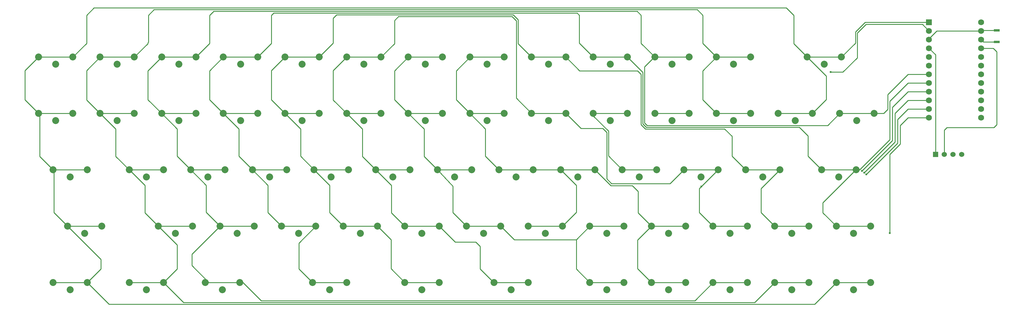
<source format=gtl>
G04 Layer: TopLayer*
G04 EasyEDA v6.5.1, 2022-08-03 07:20:24*
G04 1b37d3b93c644ee4b3c1aa7f483211d0,d603b60474844c32a05bd641800ef4e1,10*
G04 Gerber Generator version 0.2*
G04 Scale: 100 percent, Rotated: No, Reflected: No *
G04 Dimensions in millimeters *
G04 leading zeros omitted , absolute positions ,4 integer and 5 decimal *
%FSLAX45Y45*%
%MOMM*%

%ADD10C,0.2540*%
%ADD11C,0.6100*%
%ADD12C,0.6096*%
%ADD13R,1.7000X0.8000*%
%ADD14C,2.0320*%
%ADD16C,1.5240*%
%ADD17C,1.7526*%
%ADD18R,1.7526X1.7526*%

%LPD*%
D10*
X24434800Y8280400D02*
G01*
X24790400Y8280400D01*
X25209500Y8699500D01*
X25209500Y9423400D01*
X25463500Y9677400D01*
X27114500Y9677400D01*
X27305000Y9486900D01*
X1724990Y5419979D02*
G01*
X1333500Y5811469D01*
X1333500Y7036460D01*
X1299997Y7069962D01*
X3099993Y7069962D02*
G01*
X3556000Y6616700D01*
X3556000Y5813958D01*
X3949979Y5419979D01*
X4899990Y7069962D02*
G01*
X5346700Y6616700D01*
X5346700Y5823280D01*
X5750001Y5419979D01*
X6699986Y7069962D02*
G01*
X7150100Y6616700D01*
X7150100Y5819876D01*
X7549997Y5419979D01*
X8499983Y7069962D02*
G01*
X8953500Y6616700D01*
X8953500Y5816472D01*
X9349993Y5419979D01*
X10299979Y7069962D02*
G01*
X10756900Y6616700D01*
X10756900Y5813044D01*
X11150091Y5420105D01*
X12099975Y7069962D02*
G01*
X12560300Y6616700D01*
X12560300Y5809742D01*
X12949936Y5420105D01*
X13899972Y7069962D02*
G01*
X14351000Y6616700D01*
X14351000Y5818962D01*
X14749983Y5419979D01*
X2149983Y3769969D02*
G01*
X1752600Y4167352D01*
X1752600Y5392369D01*
X1724990Y5419979D01*
X2724988Y5419979D02*
G01*
X1724990Y5419979D01*
X3949979Y5419979D02*
G01*
X4406900Y4965700D01*
X4406900Y4163060D01*
X4799990Y3769969D01*
X5750001Y5419979D02*
G01*
X6197600Y4965700D01*
X6197600Y4172457D01*
X6599936Y3769868D01*
X7549997Y5419979D02*
G01*
X8001000Y4965700D01*
X8001000Y4168952D01*
X8399983Y3769969D01*
X11150091Y5420105D02*
G01*
X11607800Y4965700D01*
X11607800Y4162044D01*
X11999975Y3769868D01*
X9349993Y5420105D02*
G01*
X9804400Y4965700D01*
X9804400Y4165600D01*
X10199877Y3769868D01*
X12949936Y5420105D02*
G01*
X13398500Y4936489D01*
X13398500Y4171442D01*
X13800074Y3769868D01*
X22800056Y2119884D02*
G01*
X22216872Y1536700D01*
X5533390Y1536700D01*
X4949952Y2119884D01*
X24599900Y2119884D02*
G01*
X23965916Y1485900D01*
X3359150Y1485900D01*
X2724911Y2119884D01*
X16549966Y5419979D02*
G01*
X17549964Y5419979D01*
X22949966Y5419979D02*
G01*
X22402800Y4872812D01*
X22402800Y4167123D01*
X22799954Y3769969D01*
X18399963Y2119985D02*
G01*
X17399965Y2119985D01*
X17400016Y3769868D02*
G01*
X17005300Y3375405D01*
X17005300Y2514600D01*
X17400016Y2119884D01*
X14799970Y3769969D02*
G01*
X15194534Y3375405D01*
X17005300Y3375405D01*
X5899911Y8720074D02*
G01*
X6299200Y9119108D01*
X6299200Y9944100D01*
X6413500Y10058400D01*
X18783300Y10058400D01*
X18897600Y9944100D01*
X18897600Y9122410D01*
X19299936Y8720074D01*
X24174950Y5419979D02*
G01*
X25174950Y5419979D01*
X27292300Y9245600D02*
G01*
X27533600Y9486900D01*
X28829000Y9486900D01*
X24749968Y8719969D02*
G01*
X25158700Y9128706D01*
X25158700Y9461500D01*
X25438100Y9740900D01*
X27305000Y9740900D01*
X11299952Y8720074D02*
G01*
X11696700Y9116821D01*
X11696700Y9791700D01*
X11811000Y9906000D01*
X15125700Y9906000D01*
X15252700Y9779000D01*
X15252700Y7517129D01*
X15699993Y7069836D01*
X21099957Y8719972D02*
G01*
X20701000Y8321014D01*
X20701000Y7468920D01*
X21099957Y7069962D01*
X23750016Y8720074D02*
G01*
X24307800Y8162036D01*
X24307800Y7477760D01*
X23899875Y7069836D01*
X9499981Y8719972D02*
G01*
X9906000Y9125991D01*
X9906000Y9855200D01*
X10007600Y9956800D01*
X15163800Y9956800D01*
X15303500Y9817100D01*
X15303500Y9116440D01*
X15699968Y8719972D01*
X7700009Y8720074D02*
G01*
X8102600Y9122663D01*
X8102600Y9944100D01*
X8166100Y10007600D01*
X17030700Y10007600D01*
X17094200Y9944100D01*
X17094200Y9125712D01*
X17500091Y8720074D01*
X4100068Y8720074D02*
G01*
X4495800Y9115805D01*
X4495800Y9144000D01*
X4508500Y9156700D01*
X4508500Y9944100D01*
X4673600Y10109200D01*
X20535900Y10109200D01*
X20701000Y9944100D01*
X20701000Y9118854D01*
X21100034Y8720074D01*
X2299970Y8720074D02*
G01*
X2705100Y9125204D01*
X2705100Y9944100D01*
X2921000Y10160000D01*
X23139400Y10160000D01*
X23355300Y9944100D01*
X23355300Y9114536D01*
X23750016Y8720074D01*
X21150072Y5420105D02*
G01*
X20660578Y4930612D01*
X20660578Y4930612D02*
G01*
X20599400Y4869434D01*
X20599400Y4170426D01*
X20999958Y3769868D01*
X19199859Y3769868D02*
G01*
X18796000Y3366007D01*
X18796000Y2523997D01*
X19199859Y2119884D01*
X16549877Y5420105D02*
G01*
X17005300Y4964684D01*
X17005300Y4175252D01*
X16599916Y3769868D01*
X15749981Y5419979D02*
G01*
X16549979Y5419979D01*
X13899972Y8719972D02*
G01*
X13500100Y8320100D01*
X13500100Y7469835D01*
X13899972Y7069962D01*
X12099975Y8719972D02*
G01*
X11696700Y8316696D01*
X11696700Y7473238D01*
X12099975Y7069962D01*
X10299979Y8719972D02*
G01*
X9906000Y8325993D01*
X9906000Y7463942D01*
X10299979Y7069962D01*
X11199977Y3769969D02*
G01*
X11595100Y3374847D01*
X11595100Y2524861D01*
X11999975Y2119985D01*
X8499983Y8719972D02*
G01*
X8102600Y8322589D01*
X8102600Y7467345D01*
X8499983Y7069962D01*
X9400031Y3769868D02*
G01*
X8902700Y3272789D01*
X8902700Y2517139D01*
X9299956Y2119884D01*
X6699986Y8719972D02*
G01*
X6299200Y8319185D01*
X6299200Y7470749D01*
X6699986Y7069962D01*
X4899990Y8719972D02*
G01*
X4495800Y8315782D01*
X4495800Y7474153D01*
X4899990Y7069962D01*
X4799990Y3769969D02*
G01*
X5346700Y3223260D01*
X5346700Y2516682D01*
X4950002Y2119985D01*
X3099993Y8719972D02*
G01*
X2705100Y8325078D01*
X2705100Y7464856D01*
X3099993Y7069962D01*
X1299997Y8719972D02*
G01*
X901700Y8321675D01*
X901700Y7468260D01*
X1299997Y7069962D01*
X11149977Y5419979D02*
G01*
X12149975Y5419979D01*
X4949990Y2119985D02*
G01*
X3949992Y2119985D01*
X24599950Y3769982D02*
G01*
X25599948Y3769982D01*
X24599950Y2119985D02*
G01*
X25599948Y2119985D01*
X22799954Y3769982D02*
G01*
X23799952Y3769982D01*
X19299961Y7069975D02*
G01*
X20299959Y7069975D01*
X17499965Y7069975D02*
G01*
X18499963Y7069975D01*
X15699968Y7069975D02*
G01*
X16699966Y7069975D01*
X13899972Y7069975D02*
G01*
X14899970Y7069975D01*
X21099957Y7069975D02*
G01*
X22099955Y7069975D01*
X18349963Y5419979D02*
G01*
X19349961Y5419979D01*
X20149959Y5419979D02*
G01*
X21149957Y5419979D01*
X21949956Y5419979D02*
G01*
X22949954Y5419979D01*
X9349981Y5419979D02*
G01*
X10349979Y5419979D01*
X12949974Y5419979D02*
G01*
X13949972Y5419979D01*
X14749970Y5419979D02*
G01*
X15749968Y5419979D01*
X12099975Y7069975D02*
G01*
X13099973Y7069975D01*
X10299979Y7069975D02*
G01*
X11299977Y7069975D01*
X8499983Y7069975D02*
G01*
X9499981Y7069975D01*
X6699986Y7069975D02*
G01*
X7699984Y7069975D01*
X4899990Y7069975D02*
G01*
X5899988Y7069975D01*
X3099993Y7069975D02*
G01*
X4099991Y7069975D01*
X1299997Y7069975D02*
G01*
X2299995Y7069975D01*
X1724997Y5419979D02*
G01*
X2724995Y5419979D01*
X3949992Y5419979D02*
G01*
X4949990Y5419979D01*
X5749988Y5419979D02*
G01*
X6749986Y5419979D01*
X7549984Y5419979D02*
G01*
X8549982Y5419979D01*
X23749952Y8719972D02*
G01*
X24749950Y8719972D01*
X24699950Y7069975D02*
G01*
X25699948Y7069975D01*
X22899954Y7069975D02*
G01*
X23899952Y7069975D01*
X15699968Y8719972D02*
G01*
X16699966Y8719972D01*
X17499965Y8719972D02*
G01*
X18499963Y8719972D01*
X19299961Y8719972D02*
G01*
X20299959Y8719972D01*
X21099957Y8719972D02*
G01*
X22099955Y8719972D01*
X8499983Y8719972D02*
G01*
X9499981Y8719972D01*
X10299979Y8719972D02*
G01*
X11299977Y8719972D01*
X12099975Y8719972D02*
G01*
X13099973Y8719972D01*
X13899972Y8719972D02*
G01*
X14899970Y8719972D01*
X1299997Y8719972D02*
G01*
X2299995Y8719972D01*
X3099993Y8719972D02*
G01*
X4099991Y8719972D01*
X4899990Y8719972D02*
G01*
X5899988Y8719972D01*
X6699986Y8719972D02*
G01*
X7699984Y8719972D01*
X28829000Y9486900D02*
G01*
X28846604Y9504504D01*
X29286200Y9504504D01*
X28829000Y9232900D02*
G01*
X28897404Y9164495D01*
X29286200Y9164495D01*
X23799952Y2119985D02*
G01*
X22799954Y2119985D01*
X20999958Y3769982D02*
G01*
X21999956Y3769982D01*
X21999956Y2119985D02*
G01*
X20999958Y2119985D01*
X20199959Y2119985D02*
G01*
X19199961Y2119985D01*
X19199961Y3769982D02*
G01*
X20199959Y3769982D01*
X17399965Y3769982D02*
G01*
X18399963Y3769982D01*
X16599966Y3769982D02*
G01*
X15599968Y3769982D01*
X13799972Y3769982D02*
G01*
X14799970Y3769982D01*
X12999974Y3769982D02*
G01*
X11999975Y3769982D01*
X11999975Y2119985D02*
G01*
X12999974Y2119985D01*
X11199977Y3769982D02*
G01*
X10199979Y3769982D01*
X10299979Y2119985D02*
G01*
X9299981Y2119985D01*
X9399981Y3769982D02*
G01*
X8399983Y3769982D01*
X7599984Y3769982D02*
G01*
X6599986Y3769982D01*
X7274986Y2119985D02*
G01*
X6274986Y2119985D01*
X5799988Y3769982D02*
G01*
X4799990Y3769982D01*
X3149993Y3769982D02*
G01*
X2149995Y3769982D01*
X2724995Y2119985D02*
G01*
X1724995Y2119985D01*
X25476200Y5283200D02*
G01*
X26390600Y6197600D01*
X26390600Y6896100D01*
X26695400Y7200900D01*
X27305000Y7200900D01*
X25349200Y5384800D02*
G01*
X26238200Y6273800D01*
X26238200Y7251700D01*
X26695400Y7708900D01*
X27305000Y7708900D01*
X26162000Y3568700D02*
G01*
X26162000Y5867400D01*
X26466800Y6172200D01*
X26466800Y6718300D01*
X26695400Y6946900D01*
X27305000Y6946900D01*
X16699991Y7069836D02*
G01*
X17140427Y6629400D01*
X17780000Y6629400D01*
X17894300Y6515100D01*
X17894300Y5156200D01*
X18034000Y5016500D01*
X19746468Y5016500D01*
X20150074Y5420105D01*
X25412700Y5334000D02*
G01*
X26314400Y6235700D01*
X26314400Y7073900D01*
X26695400Y7454900D01*
X27305000Y7454900D01*
X25174958Y5420103D02*
G01*
X25282786Y5420090D01*
X26162000Y6299083D01*
X26162000Y7429500D01*
X26695400Y7962900D01*
X27305000Y7962900D01*
X27305000Y8216900D02*
G01*
X26695400Y8216900D01*
X26098500Y7620000D01*
X26098500Y7188200D01*
X25980130Y7069838D01*
X25699976Y7069838D01*
X20999958Y2119884D02*
G01*
X20467574Y1587500D01*
X7807452Y1587500D01*
X7275068Y2119884D01*
X25174956Y5419979D02*
G01*
X25168479Y5419979D01*
X24206200Y4457700D01*
X24206200Y4163720D01*
X24599950Y3769969D01*
X18499963Y8719972D02*
G01*
X18948400Y8271535D01*
X18948400Y6769100D01*
X19050000Y6667500D01*
X23520400Y6667500D01*
X23774400Y6413500D01*
X23774400Y5820537D01*
X24174958Y5419979D01*
X19299936Y8720074D02*
G01*
X19286474Y8720074D01*
X18999200Y8432800D01*
X18999200Y6794500D01*
X19075400Y6718300D01*
X24348440Y6718300D01*
X24699975Y7069836D01*
X16699991Y8720074D02*
G01*
X17101566Y8318500D01*
X18796000Y8318500D01*
X18897600Y8216900D01*
X18897600Y6743700D01*
X19024600Y6616700D01*
X21336000Y6616700D01*
X21551900Y6400800D01*
X21551900Y5818123D01*
X21949918Y5420105D01*
X17549875Y5420105D02*
G01*
X18016981Y4953000D01*
X18643600Y4953000D01*
X18808700Y4787900D01*
X18808700Y4161281D01*
X19199859Y3769868D01*
X17500091Y7069836D02*
G01*
X17500091Y6998208D01*
X17945100Y6553200D01*
X17945100Y5824728D01*
X18349975Y5420105D01*
X28829000Y8978900D02*
G01*
X29184600Y8978900D01*
X29286200Y8877300D01*
X29286200Y6743700D01*
X29197300Y6654800D01*
X27825700Y6654800D01*
X27749500Y6578600D01*
X27751024Y5874004D01*
X27496998Y5873902D02*
G01*
X27496998Y8786901D01*
X27305000Y8978900D01*
X6599936Y3769868D02*
G01*
X5778500Y2948431D01*
X5778500Y2616454D01*
X6275070Y2119884D01*
X2150109Y3769868D02*
G01*
X3124200Y2794000D01*
X3124200Y2519171D01*
X2724911Y2119884D01*
X15595600Y2120900D02*
G01*
X14595602Y2120900D01*
X12999974Y3769868D02*
G01*
X13467841Y3302000D01*
X14071600Y3302000D01*
X14198600Y3175000D01*
X14198600Y2514600D01*
X14593316Y2119884D01*
X14800072Y2119884D01*
D13*
G01*
X29286200Y9504502D03*
G01*
X29286200Y9164497D03*
D14*
G01*
X19799960Y8509990D03*
G01*
X19299961Y8719972D03*
G01*
X20299959Y8719972D03*
G01*
X3599992Y8509990D03*
G01*
X3099993Y8719972D03*
G01*
X4099991Y8719972D03*
G01*
X5399989Y8509990D03*
G01*
X4899990Y8719972D03*
G01*
X5899988Y8719972D03*
G01*
X7199985Y8509990D03*
G01*
X6699986Y8719972D03*
G01*
X7699984Y8719972D03*
G01*
X8999981Y8509990D03*
G01*
X8499983Y8719972D03*
G01*
X9499981Y8719972D03*
G01*
X12599974Y8509990D03*
G01*
X12099975Y8719972D03*
G01*
X13099973Y8719972D03*
G01*
X14399971Y8509990D03*
G01*
X13899972Y8719972D03*
G01*
X14899970Y8719972D03*
G01*
X16199967Y8509990D03*
G01*
X15699968Y8719972D03*
G01*
X16699966Y8719972D03*
G01*
X17999963Y8509990D03*
G01*
X17499965Y8719972D03*
G01*
X18499963Y8719972D03*
G01*
X22449967Y5209997D03*
G01*
X21949968Y5419979D03*
G01*
X22949966Y5419979D03*
G01*
X17899964Y3559987D03*
G01*
X17399965Y3769969D03*
G01*
X18399963Y3769969D03*
G01*
X21599956Y8509990D03*
G01*
X21099957Y8719972D03*
G01*
X22099955Y8719972D03*
G01*
X19699960Y3559987D03*
G01*
X19199961Y3769969D03*
G01*
X20199959Y3769969D03*
G01*
X21499956Y3559987D03*
G01*
X20999958Y3769969D03*
G01*
X21999956Y3769969D03*
G01*
X20649971Y5209997D03*
G01*
X20149972Y5419979D03*
G01*
X21149970Y5419979D03*
G01*
X4450003Y5209997D03*
G01*
X3949979Y5419979D03*
G01*
X4950002Y5419979D03*
G01*
X6675018Y1910003D03*
G01*
X6175019Y2119985D03*
G01*
X7175017Y2119985D03*
G01*
X17899964Y1910003D03*
G01*
X17399965Y2119985D03*
G01*
X18399963Y2119985D03*
G01*
X12499975Y3559987D03*
G01*
X11999975Y3769969D03*
G01*
X12999974Y3769969D03*
G01*
X24249964Y8509990D03*
G01*
X23749965Y8719972D03*
G01*
X24749963Y8719972D03*
G01*
X8899982Y3559987D03*
G01*
X8399983Y3769969D03*
G01*
X9399981Y3769969D03*
G01*
X2224989Y5209997D03*
G01*
X1724990Y5419979D03*
G01*
X2724988Y5419979D03*
G01*
X2224989Y1910003D03*
G01*
X1724990Y2119985D03*
G01*
X2724988Y2119985D03*
G01*
X19699960Y1910003D03*
G01*
X19199961Y2119985D03*
G01*
X20199959Y2119985D03*
G01*
X8049996Y5209997D03*
G01*
X7549997Y5419979D03*
G01*
X8549995Y5419979D03*
G01*
X23299953Y1910003D03*
G01*
X22799954Y2119985D03*
G01*
X23799952Y2119985D03*
G01*
X7199985Y6859981D03*
G01*
X6699986Y7069962D03*
G01*
X7699984Y7069962D03*
G01*
X24674956Y5209997D03*
G01*
X24174958Y5419979D03*
G01*
X25174956Y5419979D03*
G01*
X1799996Y8509990D03*
G01*
X1299997Y8719972D03*
G01*
X2299995Y8719972D03*
G01*
X9849993Y5209997D03*
G01*
X9349993Y5419979D03*
G01*
X10349991Y5419979D03*
G01*
X12499975Y1910003D03*
G01*
X11999975Y2119985D03*
G01*
X12999974Y2119985D03*
G01*
X11649989Y5209997D03*
G01*
X11149990Y5419979D03*
G01*
X12149988Y5419979D03*
G01*
X13449985Y5209997D03*
G01*
X12949986Y5419979D03*
G01*
X13949984Y5419979D03*
G01*
X16199967Y6859981D03*
G01*
X15699968Y7069962D03*
G01*
X16699966Y7069962D03*
G01*
X15249982Y5209997D03*
G01*
X14749983Y5419979D03*
G01*
X15749981Y5419979D03*
G01*
X17049978Y5209997D03*
G01*
X16549979Y5419979D03*
G01*
X17549977Y5419979D03*
G01*
X18849975Y5209997D03*
G01*
X18349975Y5419979D03*
G01*
X19349974Y5419979D03*
G01*
X21499956Y1910003D03*
G01*
X20999958Y2119985D03*
G01*
X21999956Y2119985D03*
G01*
X16099967Y3559987D03*
G01*
X15599968Y3769969D03*
G01*
X16599966Y3769969D03*
G01*
X14299971Y3559987D03*
G01*
X13799972Y3769969D03*
G01*
X14799970Y3769969D03*
G01*
X17999963Y6859981D03*
G01*
X17499965Y7069962D03*
G01*
X18499963Y7069962D03*
G01*
X19799960Y6859981D03*
G01*
X19299961Y7069962D03*
G01*
X20299959Y7069962D03*
G01*
X3599992Y6859981D03*
G01*
X3099993Y7069962D03*
G01*
X4099991Y7069962D03*
G01*
X8999981Y6859981D03*
G01*
X8499983Y7069962D03*
G01*
X9499981Y7069962D03*
G01*
X25099949Y1910003D03*
G01*
X24599950Y2119985D03*
G01*
X25599948Y2119985D03*
G01*
X6250000Y5209997D03*
G01*
X5750001Y5419979D03*
G01*
X6749999Y5419979D03*
G01*
X2650007Y3559987D03*
G01*
X2149983Y3769969D03*
G01*
X3150006Y3769969D03*
G01*
X25099949Y3559987D03*
G01*
X24599950Y3769969D03*
G01*
X25599948Y3769969D03*
G01*
X9799980Y1910003D03*
G01*
X9299981Y2119985D03*
G01*
X10299979Y2119985D03*
G01*
X15099969Y1910003D03*
G01*
X14599970Y2119985D03*
G01*
X15599968Y2119985D03*
G01*
X10799978Y6859981D03*
G01*
X10299979Y7069962D03*
G01*
X11299977Y7069962D03*
G01*
X1799996Y6859981D03*
G01*
X1299997Y7069962D03*
G01*
X2299995Y7069962D03*
G01*
X14399971Y6859981D03*
G01*
X13899972Y7069962D03*
G01*
X14899970Y7069962D03*
G01*
X23299953Y3559987D03*
G01*
X22799954Y3769969D03*
G01*
X23799952Y3769969D03*
G01*
X10699978Y3559987D03*
G01*
X10199979Y3769969D03*
G01*
X11199977Y3769969D03*
G01*
X5399989Y6859981D03*
G01*
X4899990Y7069962D03*
G01*
X5899988Y7069962D03*
G01*
X4450003Y1910003D03*
G01*
X3949979Y2119985D03*
G01*
X4950002Y2119985D03*
G01*
X7099985Y3559987D03*
G01*
X6599986Y3769969D03*
G01*
X7599984Y3769969D03*
G01*
X5299989Y3559987D03*
G01*
X4799990Y3769969D03*
G01*
X5799988Y3769969D03*
G01*
X12599974Y6859981D03*
G01*
X12099975Y7069962D03*
G01*
X13099973Y7069962D03*
G01*
X25199949Y6859981D03*
G01*
X24699950Y7069962D03*
G01*
X25699948Y7069962D03*
G01*
X21599956Y6859981D03*
G01*
X21099957Y7069962D03*
G01*
X22099955Y7069962D03*
G01*
X23399953Y6859981D03*
G01*
X22899954Y7069962D03*
G01*
X23899952Y7069962D03*
G01*
X10799978Y8509990D03*
G01*
X10299979Y8719972D03*
G01*
X11299977Y8719972D03*
G36*
X27420785Y5950104D02*
G01*
X27573185Y5950104D01*
X27573185Y5797704D01*
X27420785Y5797704D01*
G37*
D16*
G01*
X27750998Y5873978D03*
G01*
X28004998Y5873978D03*
G01*
X28258998Y5873978D03*
D17*
G01*
X28829000Y9740900D03*
G01*
X27305000Y6946900D03*
G01*
X28829000Y9486900D03*
G01*
X28829000Y9232900D03*
G01*
X28829000Y8978900D03*
G01*
X28829000Y8724900D03*
G01*
X28829000Y8470900D03*
G01*
X28829000Y8216900D03*
G01*
X28829000Y7962900D03*
G01*
X28829000Y7708900D03*
G01*
X28829000Y7454900D03*
G01*
X28829000Y7200900D03*
G01*
X28829000Y6946900D03*
G01*
X27305000Y7200900D03*
G01*
X27305000Y7454900D03*
G01*
X27305000Y7708900D03*
G01*
X27305000Y7962900D03*
G01*
X27305000Y8216900D03*
G01*
X27305000Y8470900D03*
G01*
X27305000Y8724900D03*
G01*
X27305000Y8978900D03*
G01*
X27305000Y9232900D03*
G01*
X27305000Y9486900D03*
D18*
G01*
X27305000Y9740900D03*
D11*
G01*
X24434800Y8280400D03*
D12*
G01*
X20660588Y4930622D03*
D11*
G01*
X25349200Y5384800D03*
G01*
X25412700Y5334000D03*
D12*
G01*
X25476200Y5283200D03*
G01*
X26162000Y3568700D03*
M02*

</source>
